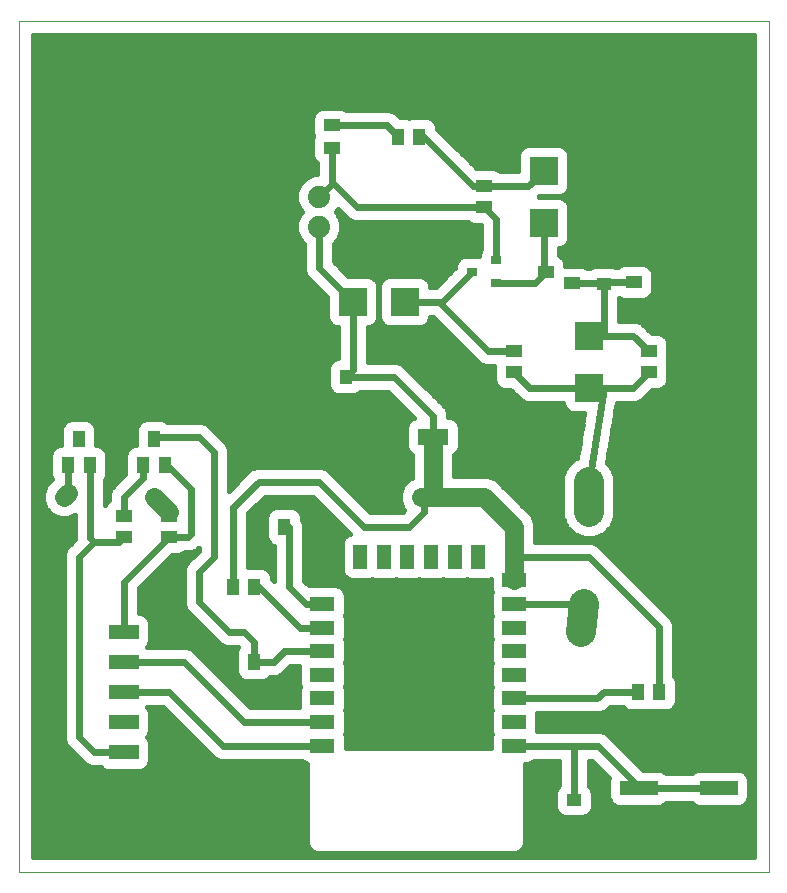
<source format=gtl>
G75*
G70*
%OFA0B0*%
%FSLAX24Y24*%
%IPPOS*%
%LPD*%
%AMOC8*
5,1,8,0,0,1.08239X$1,22.5*
%
%ADD10C,0.0000*%
%ADD11R,0.0394X0.0492*%
%ADD12R,0.0492X0.0394*%
%ADD13R,0.0945X0.0945*%
%ADD14C,0.0740*%
%ADD15R,0.0787X0.0472*%
%ADD16R,0.0472X0.0787*%
%ADD17R,0.0354X0.0315*%
%ADD18R,0.0551X0.0394*%
%ADD19R,0.0551X0.0433*%
%ADD20R,0.0433X0.0551*%
%ADD21R,0.1024X0.0551*%
%ADD22R,0.1000X0.0500*%
%ADD23R,0.1260X0.0472*%
%ADD24R,0.0394X0.0551*%
%ADD25C,0.0240*%
%ADD26C,0.1000*%
%ADD27C,0.0160*%
%ADD28C,0.0640*%
D10*
X004180Y005180D02*
X004180Y033550D01*
X029172Y033550D01*
X029172Y005180D01*
X004180Y005180D01*
D11*
X016786Y017680D03*
X017574Y017680D03*
X015074Y021680D03*
X014286Y021680D03*
D12*
X023680Y024786D03*
X023680Y025574D03*
X022680Y007574D03*
X022680Y006786D03*
D13*
X023180Y021314D03*
X023180Y023046D03*
X021680Y026814D03*
X021680Y028546D03*
X017046Y024180D03*
X015314Y024180D03*
D14*
X014180Y026680D03*
X014180Y027680D03*
D15*
X014302Y014893D03*
X014302Y014105D03*
X014302Y013318D03*
X014302Y012530D03*
X014302Y011743D03*
X014302Y010956D03*
X014302Y010168D03*
X014302Y009381D03*
X020680Y009381D03*
X020680Y010168D03*
X020680Y010956D03*
X020680Y011743D03*
X020680Y012530D03*
X020680Y013318D03*
X020680Y014105D03*
X020680Y014893D03*
D16*
X019499Y015680D03*
X018711Y015680D03*
X017924Y015680D03*
X017137Y015680D03*
X016349Y015680D03*
X015562Y015680D03*
D17*
X020074Y024806D03*
X020074Y025554D03*
X019286Y025180D03*
D18*
X021747Y025180D03*
X022613Y024806D03*
X022613Y025554D03*
X014613Y029306D03*
X014613Y030054D03*
X013747Y029680D03*
D19*
X019680Y028024D03*
X019680Y027336D03*
X024680Y025524D03*
X024680Y024836D03*
X025180Y022524D03*
X025180Y021836D03*
X020680Y021836D03*
X020680Y022524D03*
X009180Y017024D03*
X009180Y016336D03*
X007680Y016336D03*
X007680Y017024D03*
D20*
X011336Y014680D03*
X012024Y014680D03*
X012336Y016680D03*
X013024Y016680D03*
X012024Y012180D03*
X011336Y012180D03*
X024836Y011180D03*
X025524Y011180D03*
X017524Y029680D03*
X016836Y029680D03*
D21*
X016373Y019680D03*
X017987Y019680D03*
D22*
X007680Y013180D03*
X007680Y012180D03*
X007680Y011180D03*
X007680Y010180D03*
X007680Y009180D03*
X007680Y008180D03*
D23*
X024841Y007967D03*
X024841Y006393D03*
X027519Y006393D03*
X027519Y007967D03*
D24*
X009054Y018747D03*
X008306Y018747D03*
X008680Y019613D03*
X006554Y018747D03*
X005806Y018747D03*
X006180Y019613D03*
D25*
X005806Y018747D02*
X005806Y017806D01*
X006554Y018747D02*
X006554Y016306D01*
X006680Y016180D01*
X006180Y015680D01*
X006180Y009680D01*
X006680Y009180D01*
X007680Y009180D01*
X007680Y011180D02*
X009180Y011180D01*
X010979Y009381D01*
X014302Y009381D01*
X014302Y010168D02*
X011692Y010168D01*
X009680Y012180D01*
X007680Y012180D01*
X007680Y013180D02*
X007680Y014836D01*
X009180Y016336D01*
X009836Y016336D01*
X009930Y016430D01*
X009930Y017930D01*
X009113Y018747D01*
X009054Y018747D01*
X008306Y018747D02*
X008306Y018306D01*
X007680Y017680D01*
X007680Y017024D01*
X007680Y016336D02*
X007524Y016180D01*
X006680Y016180D01*
X009180Y017024D02*
X009180Y017180D01*
X010680Y015680D02*
X010680Y019180D01*
X010180Y019680D01*
X008747Y019680D01*
X008680Y019613D01*
X011336Y017336D02*
X012180Y018180D01*
X014180Y018180D01*
X015680Y016680D01*
X017180Y016680D01*
X017680Y017180D01*
X017680Y017574D01*
X017574Y017680D01*
X017987Y017873D02*
X018180Y017680D01*
X017987Y019680D02*
X017987Y020373D01*
X016680Y021680D01*
X015074Y021680D01*
X015314Y021920D01*
X015314Y024180D01*
X014180Y025314D01*
X014180Y026680D01*
X014180Y027680D02*
X014613Y028113D01*
X014613Y028180D01*
X015458Y027336D01*
X019680Y027336D01*
X020074Y026942D01*
X020074Y025554D01*
X020074Y024806D02*
X021373Y024806D01*
X021747Y025180D01*
X021680Y025247D01*
X021680Y026814D01*
X021158Y028024D02*
X021680Y028546D01*
X021158Y028024D02*
X019680Y028024D01*
X019336Y028024D01*
X017680Y029680D01*
X017524Y029680D01*
X016836Y029680D02*
X016461Y030054D01*
X014613Y030054D01*
X014613Y029306D02*
X014613Y028180D01*
X017046Y024180D02*
X018180Y024180D01*
X019836Y022524D01*
X020680Y022524D01*
X020680Y021836D02*
X021202Y021314D01*
X023180Y021314D01*
X023680Y021314D01*
X023180Y018180D01*
X023180Y015680D02*
X020680Y015680D01*
X020680Y014105D02*
X023005Y014105D01*
X023180Y015680D02*
X025524Y013336D01*
X025524Y011180D01*
X024836Y011180D02*
X023680Y011180D01*
X023456Y010956D01*
X020680Y010956D01*
X020680Y009381D02*
X022680Y009381D01*
X022680Y007574D01*
X022680Y009381D02*
X023479Y009381D01*
X024841Y008019D01*
X024841Y007967D01*
X027519Y007967D01*
X014302Y012530D02*
X013030Y012530D01*
X012680Y012180D01*
X012024Y012180D01*
X012024Y012836D01*
X011680Y013180D01*
X011180Y013180D01*
X010180Y014180D01*
X010180Y015180D01*
X010680Y015680D01*
X011336Y014680D02*
X011336Y017336D01*
X013024Y016680D02*
X013180Y016680D01*
X013180Y014680D01*
X013755Y014105D01*
X014302Y014105D01*
X014302Y013318D02*
X013542Y013318D01*
X012180Y014680D01*
X012024Y014680D01*
X018180Y024180D02*
X018286Y024180D01*
X019286Y025180D01*
X022613Y024806D02*
X023680Y024806D01*
X023680Y024786D01*
X023680Y023046D01*
X023180Y023046D01*
X024658Y023046D01*
X025180Y022524D01*
X025180Y021836D02*
X024658Y021314D01*
X023680Y021314D01*
X023680Y024786D02*
X023680Y024836D01*
X024680Y024836D01*
D26*
X023180Y018180D02*
X023180Y017180D01*
X023005Y014105D02*
X022930Y013180D01*
D27*
X024719Y014849D02*
X028692Y014849D01*
X028692Y015007D02*
X024560Y015007D01*
X024402Y015166D02*
X028692Y015166D01*
X028692Y015324D02*
X024243Y015324D01*
X024085Y015483D02*
X028692Y015483D01*
X028692Y015641D02*
X023926Y015641D01*
X023768Y015800D02*
X028692Y015800D01*
X028692Y015958D02*
X023609Y015958D01*
X023604Y015963D02*
X023463Y016104D01*
X023279Y016180D01*
X021380Y016180D01*
X021380Y016819D01*
X021273Y017077D01*
X021077Y017273D01*
X020077Y018273D01*
X019819Y018380D01*
X018687Y018380D01*
X018687Y019071D01*
X018714Y019082D01*
X018821Y019189D01*
X018879Y019329D01*
X018879Y020031D01*
X018821Y020171D01*
X018714Y020278D01*
X018574Y020336D01*
X018487Y020336D01*
X018487Y020472D01*
X018411Y020656D01*
X017104Y021963D01*
X016963Y022104D01*
X016779Y022180D01*
X015814Y022180D01*
X015814Y023328D01*
X015862Y023328D01*
X016002Y023385D01*
X016108Y023492D01*
X016166Y023632D01*
X016166Y024728D01*
X016108Y024868D01*
X016002Y024975D01*
X015862Y025032D01*
X015169Y025032D01*
X014680Y025521D01*
X014680Y026119D01*
X014816Y026255D01*
X014930Y026531D01*
X014930Y026829D01*
X014816Y027105D01*
X014741Y027180D01*
X014816Y027255D01*
X014820Y027266D01*
X015174Y026912D01*
X015358Y026836D01*
X019150Y026836D01*
X019189Y026797D01*
X019329Y026739D01*
X019569Y026739D01*
X019574Y026735D01*
X019574Y025925D01*
X019517Y025787D01*
X019517Y025717D01*
X019034Y025717D01*
X018894Y025660D01*
X018787Y025553D01*
X018729Y025413D01*
X018729Y025330D01*
X018079Y024680D01*
X017899Y024680D01*
X017899Y024728D01*
X017841Y024868D01*
X017734Y024975D01*
X017594Y025032D01*
X016498Y025032D01*
X016358Y024975D01*
X016252Y024868D01*
X016194Y024728D01*
X016194Y023632D01*
X016252Y023492D01*
X016358Y023385D01*
X016498Y023328D01*
X017594Y023328D01*
X017734Y023385D01*
X017841Y023492D01*
X017899Y023632D01*
X017899Y023680D01*
X017973Y023680D01*
X019552Y022101D01*
X019736Y022024D01*
X020024Y022024D01*
X020024Y021543D01*
X020082Y021404D01*
X020189Y021297D01*
X020329Y021239D01*
X020569Y021239D01*
X020918Y020890D01*
X021102Y020814D01*
X022328Y020814D01*
X022328Y020766D01*
X022385Y020626D01*
X022492Y020519D01*
X022632Y020461D01*
X023038Y020461D01*
X022801Y018975D01*
X022682Y018926D01*
X022434Y018678D01*
X022300Y018355D01*
X022300Y017005D01*
X022434Y016682D01*
X022682Y016434D01*
X023005Y016300D01*
X023355Y016300D01*
X023678Y016434D01*
X023926Y016682D01*
X024060Y017005D01*
X024060Y018355D01*
X023926Y018678D01*
X023788Y018817D01*
X024107Y020814D01*
X024758Y020814D01*
X024942Y020890D01*
X025082Y021031D01*
X025291Y021239D01*
X025531Y021239D01*
X025671Y021297D01*
X025778Y021404D01*
X025836Y021543D01*
X025836Y022128D01*
X025814Y022180D01*
X025836Y022232D01*
X025836Y022817D01*
X025778Y022956D01*
X025671Y023063D01*
X025531Y023121D01*
X025291Y023121D01*
X025082Y023329D01*
X024942Y023470D01*
X024758Y023546D01*
X024180Y023546D01*
X024180Y024306D01*
X024189Y024297D01*
X024329Y024239D01*
X025031Y024239D01*
X025171Y024297D01*
X025278Y024404D01*
X025336Y024543D01*
X025336Y025128D01*
X025278Y025267D01*
X025171Y025374D01*
X025031Y025432D01*
X024329Y025432D01*
X024189Y025374D01*
X024150Y025336D01*
X024068Y025336D01*
X024002Y025363D01*
X023358Y025363D01*
X023220Y025306D01*
X023123Y025306D01*
X023104Y025325D01*
X022964Y025383D01*
X022403Y025383D01*
X022403Y025452D01*
X022345Y025592D01*
X022238Y025699D01*
X022180Y025723D01*
X022180Y025961D01*
X022228Y025961D01*
X022368Y026019D01*
X022475Y026126D01*
X022532Y026266D01*
X022532Y027362D01*
X022475Y027502D01*
X022368Y027608D01*
X022228Y027666D01*
X021507Y027666D01*
X021535Y027694D01*
X022228Y027694D01*
X022368Y027752D01*
X022475Y027858D01*
X022532Y027998D01*
X022532Y029094D01*
X022475Y029234D01*
X022368Y029341D01*
X022228Y029399D01*
X021132Y029399D01*
X020992Y029341D01*
X020885Y029234D01*
X020828Y029094D01*
X020828Y028524D01*
X020210Y028524D01*
X020171Y028563D01*
X020031Y028621D01*
X019446Y028621D01*
X018121Y029946D01*
X018121Y030031D01*
X018063Y030171D01*
X017956Y030278D01*
X017817Y030336D01*
X017232Y030336D01*
X017180Y030314D01*
X017128Y030336D01*
X016887Y030336D01*
X016745Y030478D01*
X016561Y030554D01*
X015123Y030554D01*
X015104Y030573D01*
X014964Y030631D01*
X014262Y030631D01*
X014122Y030573D01*
X014015Y030466D01*
X013957Y030326D01*
X013957Y029782D01*
X014000Y029680D01*
X013957Y029578D01*
X013957Y029034D01*
X014015Y028894D01*
X014113Y028796D01*
X014113Y028430D01*
X014031Y028430D01*
X013755Y028316D01*
X013544Y028105D01*
X013430Y027829D01*
X013430Y027531D01*
X013544Y027255D01*
X013619Y027180D01*
X013544Y027105D01*
X013430Y026829D01*
X013430Y026531D01*
X013544Y026255D01*
X013680Y026119D01*
X013680Y025214D01*
X013756Y025031D01*
X013897Y024890D01*
X014461Y024325D01*
X014461Y023632D01*
X014519Y023492D01*
X014626Y023385D01*
X014766Y023328D01*
X014814Y023328D01*
X014814Y022306D01*
X014801Y022306D01*
X014662Y022248D01*
X014555Y022141D01*
X014497Y022002D01*
X014497Y021358D01*
X014555Y021219D01*
X014662Y021112D01*
X014801Y021054D01*
X015346Y021054D01*
X015486Y021112D01*
X015554Y021180D01*
X016473Y021180D01*
X017341Y020311D01*
X017260Y020278D01*
X017153Y020171D01*
X017095Y020031D01*
X017095Y019329D01*
X017153Y019189D01*
X017260Y019082D01*
X017287Y019071D01*
X017287Y018319D01*
X017177Y018273D01*
X016980Y018077D01*
X016874Y017819D01*
X016874Y017541D01*
X016980Y017283D01*
X017028Y017235D01*
X016973Y017180D01*
X015887Y017180D01*
X014463Y018604D01*
X014279Y018680D01*
X012081Y018680D01*
X011897Y018604D01*
X011756Y018463D01*
X011180Y017887D01*
X011180Y019279D01*
X011104Y019463D01*
X010604Y019963D01*
X010463Y020104D01*
X010279Y020180D01*
X009123Y020180D01*
X009092Y020211D01*
X008952Y020269D01*
X008408Y020269D01*
X008268Y020211D01*
X008161Y020104D01*
X008103Y019964D01*
X008103Y019403D01*
X008034Y019403D01*
X007894Y019345D01*
X007787Y019238D01*
X007729Y019098D01*
X007729Y018436D01*
X007397Y018104D01*
X007256Y017963D01*
X007180Y017779D01*
X007180Y017554D01*
X007082Y017456D01*
X007054Y017388D01*
X007054Y018237D01*
X007073Y018256D01*
X007131Y018396D01*
X007131Y019098D01*
X007073Y019238D01*
X006966Y019345D01*
X006826Y019403D01*
X006757Y019403D01*
X006757Y019964D01*
X006699Y020104D01*
X006592Y020211D01*
X006452Y020269D01*
X005908Y020269D01*
X005768Y020211D01*
X005661Y020104D01*
X005603Y019964D01*
X005603Y019403D01*
X005534Y019403D01*
X005394Y019345D01*
X005287Y019238D01*
X005229Y019098D01*
X005229Y018396D01*
X005281Y018271D01*
X005087Y018077D01*
X004980Y017819D01*
X004980Y017541D01*
X005087Y017283D01*
X005283Y017087D01*
X005541Y016980D01*
X005819Y016980D01*
X006054Y017077D01*
X006054Y016261D01*
X005756Y015963D01*
X005680Y015779D01*
X005680Y009581D01*
X005756Y009397D01*
X005897Y009256D01*
X006397Y008756D01*
X006581Y008680D01*
X006893Y008680D01*
X006965Y008608D01*
X007104Y008550D01*
X008256Y008550D01*
X008395Y008608D01*
X008502Y008715D01*
X008560Y008854D01*
X008560Y009506D01*
X008502Y009645D01*
X008467Y009680D01*
X008502Y009715D01*
X008560Y009854D01*
X008560Y010506D01*
X008502Y010645D01*
X008467Y010680D01*
X008467Y010680D01*
X008973Y010680D01*
X010555Y009098D01*
X010696Y008957D01*
X010880Y008881D01*
X013635Y008881D01*
X013693Y008822D01*
X013800Y008778D01*
X013800Y006104D01*
X013858Y005965D01*
X013965Y005858D01*
X014104Y005800D01*
X020756Y005800D01*
X020895Y005858D01*
X021002Y005965D01*
X021060Y006104D01*
X021060Y008765D01*
X021149Y008765D01*
X021289Y008822D01*
X021347Y008881D01*
X022180Y008881D01*
X022180Y008054D01*
X022112Y007986D01*
X022054Y007846D01*
X022054Y007301D01*
X022112Y007162D01*
X022219Y007055D01*
X022358Y006997D01*
X023002Y006997D01*
X023141Y007055D01*
X023248Y007162D01*
X023306Y007301D01*
X023306Y007846D01*
X023248Y007986D01*
X023180Y008054D01*
X023180Y008881D01*
X023272Y008881D01*
X023844Y008309D01*
X023831Y008279D01*
X023831Y007656D01*
X023889Y007516D01*
X023996Y007409D01*
X024136Y007351D01*
X025547Y007351D01*
X025687Y007409D01*
X025745Y007467D01*
X026615Y007467D01*
X026673Y007409D01*
X026813Y007351D01*
X028224Y007351D01*
X028364Y007409D01*
X028471Y007516D01*
X028529Y007656D01*
X028529Y008279D01*
X028471Y008419D01*
X028364Y008526D01*
X028224Y008584D01*
X026813Y008584D01*
X026673Y008526D01*
X026615Y008467D01*
X025745Y008467D01*
X025687Y008526D01*
X025547Y008584D01*
X024983Y008584D01*
X023903Y009664D01*
X023762Y009805D01*
X023579Y009881D01*
X021454Y009881D01*
X021454Y010456D01*
X023555Y010456D01*
X023739Y010532D01*
X023887Y010680D01*
X024306Y010680D01*
X024404Y010582D01*
X024543Y010524D01*
X025128Y010524D01*
X025180Y010546D01*
X025232Y010524D01*
X025817Y010524D01*
X025956Y010582D01*
X026063Y010689D01*
X026121Y010829D01*
X026121Y011531D01*
X026063Y011671D01*
X026024Y011710D01*
X026024Y013435D01*
X025948Y013619D01*
X023604Y015963D01*
X023433Y016117D02*
X028692Y016117D01*
X028692Y016275D02*
X021380Y016275D01*
X021380Y016434D02*
X022683Y016434D01*
X022523Y016592D02*
X021380Y016592D01*
X021380Y016751D02*
X022405Y016751D01*
X022340Y016909D02*
X021343Y016909D01*
X021277Y017068D02*
X022300Y017068D01*
X022300Y017226D02*
X021124Y017226D01*
X020965Y017385D02*
X022300Y017385D01*
X022300Y017543D02*
X020807Y017543D01*
X020648Y017702D02*
X022300Y017702D01*
X022300Y017860D02*
X020490Y017860D01*
X020331Y018019D02*
X022300Y018019D01*
X022300Y018177D02*
X020173Y018177D01*
X019927Y018336D02*
X022300Y018336D01*
X022358Y018494D02*
X018687Y018494D01*
X018687Y018653D02*
X022423Y018653D01*
X022567Y018811D02*
X018687Y018811D01*
X018687Y018970D02*
X022787Y018970D01*
X022825Y019128D02*
X018760Y019128D01*
X018861Y019287D02*
X022850Y019287D01*
X022876Y019445D02*
X018879Y019445D01*
X018879Y019604D02*
X022901Y019604D01*
X022926Y019762D02*
X018879Y019762D01*
X018879Y019921D02*
X022951Y019921D01*
X022977Y020079D02*
X018859Y020079D01*
X018754Y020238D02*
X023002Y020238D01*
X023027Y020396D02*
X018487Y020396D01*
X018453Y020555D02*
X022457Y020555D01*
X022349Y020713D02*
X018354Y020713D01*
X018196Y020872D02*
X020963Y020872D01*
X020778Y021030D02*
X018037Y021030D01*
X017879Y021189D02*
X020620Y021189D01*
X020139Y021347D02*
X017720Y021347D01*
X017562Y021506D02*
X020040Y021506D01*
X020024Y021664D02*
X017403Y021664D01*
X017245Y021823D02*
X020024Y021823D01*
X020024Y021981D02*
X017086Y021981D01*
X016877Y022140D02*
X019513Y022140D01*
X019355Y022298D02*
X015814Y022298D01*
X015814Y022457D02*
X019196Y022457D01*
X019038Y022615D02*
X015814Y022615D01*
X015814Y022774D02*
X018879Y022774D01*
X018721Y022932D02*
X015814Y022932D01*
X015814Y023091D02*
X018562Y023091D01*
X018404Y023249D02*
X015814Y023249D01*
X016024Y023408D02*
X016336Y023408D01*
X016221Y023566D02*
X016139Y023566D01*
X016166Y023725D02*
X016194Y023725D01*
X016194Y023883D02*
X016166Y023883D01*
X016166Y024042D02*
X016194Y024042D01*
X016194Y024200D02*
X016166Y024200D01*
X016166Y024359D02*
X016194Y024359D01*
X016194Y024517D02*
X016166Y024517D01*
X016166Y024676D02*
X016194Y024676D01*
X016238Y024834D02*
X016122Y024834D01*
X015958Y024993D02*
X016402Y024993D01*
X017691Y024993D02*
X018392Y024993D01*
X018550Y025151D02*
X015050Y025151D01*
X014891Y025310D02*
X018709Y025310D01*
X018752Y025468D02*
X014733Y025468D01*
X014680Y025627D02*
X018861Y025627D01*
X019517Y025785D02*
X014680Y025785D01*
X014680Y025944D02*
X019574Y025944D01*
X019574Y026102D02*
X014680Y026102D01*
X014818Y026261D02*
X019574Y026261D01*
X019574Y026419D02*
X014884Y026419D01*
X014930Y026578D02*
X019574Y026578D01*
X019572Y026736D02*
X014930Y026736D01*
X014903Y026895D02*
X015216Y026895D01*
X015033Y027053D02*
X014837Y027053D01*
X014874Y027212D02*
X014772Y027212D01*
X013588Y027212D02*
X004660Y027212D01*
X004660Y027370D02*
X013497Y027370D01*
X013431Y027529D02*
X004660Y027529D01*
X004660Y027687D02*
X013430Y027687D01*
X013437Y027846D02*
X004660Y027846D01*
X004660Y028004D02*
X013502Y028004D01*
X013602Y028163D02*
X004660Y028163D01*
X004660Y028321D02*
X013768Y028321D01*
X014113Y028480D02*
X004660Y028480D01*
X004660Y028638D02*
X014113Y028638D01*
X014113Y028797D02*
X004660Y028797D01*
X004660Y028955D02*
X013990Y028955D01*
X013957Y029114D02*
X004660Y029114D01*
X004660Y029272D02*
X013957Y029272D01*
X013957Y029431D02*
X004660Y029431D01*
X004660Y029589D02*
X013962Y029589D01*
X013972Y029748D02*
X004660Y029748D01*
X004660Y029906D02*
X013957Y029906D01*
X013957Y030065D02*
X004660Y030065D01*
X004660Y030223D02*
X013957Y030223D01*
X013980Y030382D02*
X004660Y030382D01*
X004660Y030540D02*
X014089Y030540D01*
X016595Y030540D02*
X028692Y030540D01*
X028692Y030382D02*
X016841Y030382D01*
X018011Y030223D02*
X028692Y030223D01*
X028692Y030065D02*
X018107Y030065D01*
X018161Y029906D02*
X028692Y029906D01*
X028692Y029748D02*
X018320Y029748D01*
X018478Y029589D02*
X028692Y029589D01*
X028692Y029431D02*
X018637Y029431D01*
X018795Y029272D02*
X020924Y029272D01*
X020836Y029114D02*
X018954Y029114D01*
X019112Y028955D02*
X020828Y028955D01*
X020828Y028797D02*
X019271Y028797D01*
X019429Y028638D02*
X020828Y028638D01*
X021528Y027687D02*
X028692Y027687D01*
X028692Y027529D02*
X022448Y027529D01*
X022529Y027370D02*
X028692Y027370D01*
X028692Y027212D02*
X022532Y027212D01*
X022532Y027053D02*
X028692Y027053D01*
X028692Y026895D02*
X022532Y026895D01*
X022532Y026736D02*
X028692Y026736D01*
X028692Y026578D02*
X022532Y026578D01*
X022532Y026419D02*
X028692Y026419D01*
X028692Y026261D02*
X022530Y026261D01*
X022450Y026102D02*
X028692Y026102D01*
X028692Y025944D02*
X022180Y025944D01*
X022180Y025785D02*
X028692Y025785D01*
X028692Y025627D02*
X022310Y025627D01*
X022396Y025468D02*
X028692Y025468D01*
X028692Y025310D02*
X025236Y025310D01*
X025326Y025151D02*
X028692Y025151D01*
X028692Y024993D02*
X025336Y024993D01*
X025336Y024834D02*
X028692Y024834D01*
X028692Y024676D02*
X025336Y024676D01*
X025325Y024517D02*
X028692Y024517D01*
X028692Y024359D02*
X025233Y024359D01*
X025004Y023408D02*
X028692Y023408D01*
X028692Y023566D02*
X024180Y023566D01*
X024180Y023725D02*
X028692Y023725D01*
X028692Y023883D02*
X024180Y023883D01*
X024180Y024042D02*
X028692Y024042D01*
X028692Y024200D02*
X024180Y024200D01*
X025082Y023329D02*
X025082Y023329D01*
X025163Y023249D02*
X028692Y023249D01*
X028692Y023091D02*
X025605Y023091D01*
X025788Y022932D02*
X028692Y022932D01*
X028692Y022774D02*
X025836Y022774D01*
X025836Y022615D02*
X028692Y022615D01*
X028692Y022457D02*
X025836Y022457D01*
X025836Y022298D02*
X028692Y022298D01*
X028692Y022140D02*
X025831Y022140D01*
X025836Y021981D02*
X028692Y021981D01*
X028692Y021823D02*
X025836Y021823D01*
X025836Y021664D02*
X028692Y021664D01*
X028692Y021506D02*
X025820Y021506D01*
X025721Y021347D02*
X028692Y021347D01*
X028692Y021189D02*
X025240Y021189D01*
X025082Y021030D02*
X028692Y021030D01*
X028692Y020872D02*
X024897Y020872D01*
X024090Y020713D02*
X028692Y020713D01*
X028692Y020555D02*
X024065Y020555D01*
X024040Y020396D02*
X028692Y020396D01*
X028692Y020238D02*
X024015Y020238D01*
X023989Y020079D02*
X028692Y020079D01*
X028692Y019921D02*
X023964Y019921D01*
X023939Y019762D02*
X028692Y019762D01*
X028692Y019604D02*
X023913Y019604D01*
X023888Y019445D02*
X028692Y019445D01*
X028692Y019287D02*
X023863Y019287D01*
X023838Y019128D02*
X028692Y019128D01*
X028692Y018970D02*
X023812Y018970D01*
X023793Y018811D02*
X028692Y018811D01*
X028692Y018653D02*
X023937Y018653D01*
X024002Y018494D02*
X028692Y018494D01*
X028692Y018336D02*
X024060Y018336D01*
X024060Y018177D02*
X028692Y018177D01*
X028692Y018019D02*
X024060Y018019D01*
X024060Y017860D02*
X028692Y017860D01*
X028692Y017702D02*
X024060Y017702D01*
X024060Y017543D02*
X028692Y017543D01*
X028692Y017385D02*
X024060Y017385D01*
X024060Y017226D02*
X028692Y017226D01*
X028692Y017068D02*
X024060Y017068D01*
X024020Y016909D02*
X028692Y016909D01*
X028692Y016751D02*
X023955Y016751D01*
X023837Y016592D02*
X028692Y016592D01*
X028692Y016434D02*
X023677Y016434D01*
X024877Y014690D02*
X028692Y014690D01*
X028692Y014532D02*
X025036Y014532D01*
X025194Y014373D02*
X028692Y014373D01*
X028692Y014215D02*
X025353Y014215D01*
X025511Y014056D02*
X028692Y014056D01*
X028692Y013898D02*
X025670Y013898D01*
X025828Y013739D02*
X028692Y013739D01*
X028692Y013581D02*
X025964Y013581D01*
X026024Y013422D02*
X028692Y013422D01*
X028692Y013264D02*
X026024Y013264D01*
X026024Y013105D02*
X028692Y013105D01*
X028692Y012947D02*
X026024Y012947D01*
X026024Y012788D02*
X028692Y012788D01*
X028692Y012630D02*
X026024Y012630D01*
X026024Y012471D02*
X028692Y012471D01*
X028692Y012313D02*
X026024Y012313D01*
X026024Y012154D02*
X028692Y012154D01*
X028692Y011996D02*
X026024Y011996D01*
X026024Y011837D02*
X028692Y011837D01*
X028692Y011679D02*
X026056Y011679D01*
X026121Y011520D02*
X028692Y011520D01*
X028692Y011362D02*
X026121Y011362D01*
X026121Y011203D02*
X028692Y011203D01*
X028692Y011045D02*
X026121Y011045D01*
X026121Y010886D02*
X028692Y010886D01*
X028692Y010728D02*
X026079Y010728D01*
X025924Y010569D02*
X028692Y010569D01*
X028692Y010411D02*
X021454Y010411D01*
X021454Y010252D02*
X028692Y010252D01*
X028692Y010094D02*
X021454Y010094D01*
X021454Y009935D02*
X028692Y009935D01*
X028692Y009777D02*
X023791Y009777D01*
X023903Y009664D02*
X023903Y009664D01*
X023949Y009618D02*
X028692Y009618D01*
X028692Y009460D02*
X024108Y009460D01*
X024266Y009301D02*
X028692Y009301D01*
X028692Y009143D02*
X024425Y009143D01*
X024583Y008984D02*
X028692Y008984D01*
X028692Y008826D02*
X024742Y008826D01*
X024900Y008667D02*
X028692Y008667D01*
X028692Y008509D02*
X028381Y008509D01*
X028499Y008350D02*
X028692Y008350D01*
X028692Y008192D02*
X028529Y008192D01*
X028529Y008033D02*
X028692Y008033D01*
X028692Y007875D02*
X028529Y007875D01*
X028529Y007716D02*
X028692Y007716D01*
X028692Y007558D02*
X028488Y007558D01*
X028340Y007399D02*
X028692Y007399D01*
X028692Y007241D02*
X023281Y007241D01*
X023306Y007399D02*
X024020Y007399D01*
X023872Y007558D02*
X023306Y007558D01*
X023306Y007716D02*
X023831Y007716D01*
X023831Y007875D02*
X023294Y007875D01*
X023201Y008033D02*
X023831Y008033D01*
X023831Y008192D02*
X023180Y008192D01*
X023180Y008350D02*
X023803Y008350D01*
X023644Y008509D02*
X023180Y008509D01*
X023180Y008667D02*
X023486Y008667D01*
X023327Y008826D02*
X023180Y008826D01*
X022180Y008826D02*
X021292Y008826D01*
X021060Y008667D02*
X022180Y008667D01*
X022180Y008509D02*
X021060Y008509D01*
X021060Y008350D02*
X022180Y008350D01*
X022180Y008192D02*
X021060Y008192D01*
X021060Y008033D02*
X022159Y008033D01*
X022066Y007875D02*
X021060Y007875D01*
X021060Y007716D02*
X022054Y007716D01*
X022054Y007558D02*
X021060Y007558D01*
X021060Y007399D02*
X022054Y007399D01*
X022079Y007241D02*
X021060Y007241D01*
X021060Y007082D02*
X022191Y007082D01*
X023169Y007082D02*
X028692Y007082D01*
X028692Y006924D02*
X021060Y006924D01*
X021060Y006765D02*
X028692Y006765D01*
X028692Y006607D02*
X021060Y006607D01*
X021060Y006448D02*
X028692Y006448D01*
X028692Y006290D02*
X021060Y006290D01*
X021060Y006131D02*
X028692Y006131D01*
X028692Y005973D02*
X021005Y005973D01*
X020789Y005814D02*
X028692Y005814D01*
X028692Y005660D02*
X004660Y005660D01*
X004660Y033070D01*
X028692Y033070D01*
X028692Y005660D01*
X026698Y007399D02*
X025662Y007399D01*
X025704Y008509D02*
X026656Y008509D01*
X024436Y010569D02*
X023776Y010569D01*
X019940Y010562D02*
X019906Y010480D01*
X019906Y009856D01*
X019940Y009774D01*
X019906Y009693D01*
X019906Y009310D01*
X015076Y009310D01*
X015076Y009693D01*
X015042Y009774D01*
X015076Y009856D01*
X015076Y010480D01*
X015042Y010562D01*
X015076Y010644D01*
X015076Y011267D01*
X015042Y011349D01*
X015076Y011431D01*
X015076Y012055D01*
X015042Y012137D01*
X015076Y012219D01*
X015076Y012842D01*
X015042Y012924D01*
X015076Y013006D01*
X015076Y013630D01*
X015042Y013711D01*
X015076Y013793D01*
X015076Y014417D01*
X015018Y014557D01*
X014911Y014664D01*
X014771Y014721D01*
X013846Y014721D01*
X013680Y014887D01*
X013680Y016779D01*
X013621Y016922D01*
X013621Y017031D01*
X013563Y017171D01*
X013456Y017278D01*
X013317Y017336D01*
X012732Y017336D01*
X012593Y017278D01*
X012486Y017171D01*
X012428Y017031D01*
X012428Y016329D01*
X012486Y016189D01*
X012593Y016082D01*
X012680Y016046D01*
X012680Y014887D01*
X012621Y014946D01*
X012621Y015031D01*
X012563Y015171D01*
X012456Y015278D01*
X012317Y015336D01*
X011836Y015336D01*
X011836Y017128D01*
X012387Y017680D01*
X013973Y017680D01*
X015214Y016439D01*
X015110Y016396D01*
X015004Y016289D01*
X014946Y016149D01*
X014946Y015211D01*
X015004Y015071D01*
X015110Y014964D01*
X015250Y014906D01*
X015874Y014906D01*
X015956Y014940D01*
X016037Y014906D01*
X016661Y014906D01*
X016743Y014940D01*
X016825Y014906D01*
X017449Y014906D01*
X017530Y014940D01*
X017612Y014906D01*
X018236Y014906D01*
X018318Y014940D01*
X018400Y014906D01*
X019023Y014906D01*
X019105Y014940D01*
X019187Y014906D01*
X019811Y014906D01*
X019906Y014946D01*
X019906Y014581D01*
X019940Y014499D01*
X019906Y014417D01*
X019906Y013793D01*
X019940Y013711D01*
X019906Y013630D01*
X019906Y013006D01*
X019940Y012924D01*
X019906Y012842D01*
X019906Y012219D01*
X019940Y012137D01*
X019906Y012055D01*
X019906Y011431D01*
X019940Y011349D01*
X019906Y011267D01*
X019906Y010644D01*
X019940Y010562D01*
X019937Y010569D02*
X015045Y010569D01*
X015076Y010411D02*
X019906Y010411D01*
X019906Y010252D02*
X015076Y010252D01*
X015076Y010094D02*
X019906Y010094D01*
X019906Y009935D02*
X015076Y009935D01*
X015043Y009777D02*
X019939Y009777D01*
X019906Y009618D02*
X015076Y009618D01*
X015076Y009460D02*
X019906Y009460D01*
X019906Y010728D02*
X015076Y010728D01*
X015076Y010886D02*
X019906Y010886D01*
X019906Y011045D02*
X015076Y011045D01*
X015076Y011203D02*
X019906Y011203D01*
X019935Y011362D02*
X015047Y011362D01*
X015076Y011520D02*
X019906Y011520D01*
X019906Y011679D02*
X015076Y011679D01*
X015076Y011837D02*
X019906Y011837D01*
X019906Y011996D02*
X015076Y011996D01*
X015049Y012154D02*
X019933Y012154D01*
X019906Y012313D02*
X015076Y012313D01*
X015076Y012471D02*
X019906Y012471D01*
X019906Y012630D02*
X015076Y012630D01*
X015076Y012788D02*
X019906Y012788D01*
X019931Y012947D02*
X015051Y012947D01*
X015076Y013105D02*
X019906Y013105D01*
X019906Y013264D02*
X015076Y013264D01*
X015076Y013422D02*
X019906Y013422D01*
X019906Y013581D02*
X015076Y013581D01*
X015053Y013739D02*
X019929Y013739D01*
X019906Y013898D02*
X015076Y013898D01*
X015076Y014056D02*
X019906Y014056D01*
X019906Y014215D02*
X015076Y014215D01*
X015076Y014373D02*
X019906Y014373D01*
X019927Y014532D02*
X015028Y014532D01*
X014847Y014690D02*
X019906Y014690D01*
X019906Y014849D02*
X013719Y014849D01*
X013680Y015007D02*
X015068Y015007D01*
X014964Y015166D02*
X013680Y015166D01*
X013680Y015324D02*
X014946Y015324D01*
X014946Y015483D02*
X013680Y015483D01*
X013680Y015641D02*
X014946Y015641D01*
X014946Y015800D02*
X013680Y015800D01*
X013680Y015958D02*
X014946Y015958D01*
X014946Y016117D02*
X013680Y016117D01*
X013680Y016275D02*
X014998Y016275D01*
X015201Y016434D02*
X013680Y016434D01*
X013680Y016592D02*
X015061Y016592D01*
X014902Y016751D02*
X013680Y016751D01*
X013626Y016909D02*
X014744Y016909D01*
X014585Y017068D02*
X013606Y017068D01*
X013508Y017226D02*
X014427Y017226D01*
X014268Y017385D02*
X012092Y017385D01*
X012250Y017543D02*
X014110Y017543D01*
X014890Y018177D02*
X017081Y018177D01*
X016956Y018019D02*
X015049Y018019D01*
X015207Y017860D02*
X016891Y017860D01*
X016874Y017702D02*
X015366Y017702D01*
X015524Y017543D02*
X016874Y017543D01*
X016938Y017385D02*
X015683Y017385D01*
X015841Y017226D02*
X017019Y017226D01*
X017287Y018336D02*
X014732Y018336D01*
X014573Y018494D02*
X017287Y018494D01*
X017287Y018653D02*
X014346Y018653D01*
X012541Y017226D02*
X011933Y017226D01*
X011836Y017068D02*
X012443Y017068D01*
X012428Y016909D02*
X011836Y016909D01*
X011836Y016751D02*
X012428Y016751D01*
X012428Y016592D02*
X011836Y016592D01*
X011836Y016434D02*
X012428Y016434D01*
X012450Y016275D02*
X011836Y016275D01*
X011836Y016117D02*
X012558Y016117D01*
X012680Y015958D02*
X011836Y015958D01*
X011836Y015800D02*
X012680Y015800D01*
X012680Y015641D02*
X011836Y015641D01*
X011836Y015483D02*
X012680Y015483D01*
X012680Y015324D02*
X012345Y015324D01*
X012565Y015166D02*
X012680Y015166D01*
X012680Y015007D02*
X012621Y015007D01*
X010389Y013264D02*
X008560Y013264D01*
X008560Y013422D02*
X010231Y013422D01*
X010072Y013581D02*
X008529Y013581D01*
X008502Y013645D02*
X008395Y013752D01*
X008256Y013810D01*
X008180Y013810D01*
X008180Y014628D01*
X009291Y015739D01*
X009531Y015739D01*
X009671Y015797D01*
X009710Y015836D01*
X009935Y015836D01*
X010119Y015912D01*
X010180Y015973D01*
X010180Y015887D01*
X009756Y015463D01*
X009680Y015279D01*
X009680Y014081D01*
X009756Y013897D01*
X009897Y013756D01*
X010897Y012756D01*
X011081Y012680D01*
X011473Y012680D01*
X011485Y012668D01*
X011428Y012531D01*
X011428Y011829D01*
X011486Y011689D01*
X011593Y011582D01*
X011732Y011524D01*
X012317Y011524D01*
X012456Y011582D01*
X012554Y011680D01*
X012779Y011680D01*
X012963Y011756D01*
X013104Y011897D01*
X013238Y012030D01*
X013528Y012030D01*
X013528Y011431D01*
X013562Y011349D01*
X013528Y011267D01*
X013528Y010668D01*
X011899Y010668D01*
X009963Y012604D01*
X009779Y012680D01*
X008467Y012680D01*
X008502Y012715D01*
X008560Y012854D01*
X008560Y013506D01*
X008502Y013645D01*
X008408Y013739D02*
X009914Y013739D01*
X009756Y013898D02*
X008180Y013898D01*
X008180Y014056D02*
X009690Y014056D01*
X009680Y014215D02*
X008180Y014215D01*
X008180Y014373D02*
X009680Y014373D01*
X009680Y014532D02*
X008180Y014532D01*
X008242Y014690D02*
X009680Y014690D01*
X009680Y014849D02*
X008400Y014849D01*
X008559Y015007D02*
X009680Y015007D01*
X009680Y015166D02*
X008717Y015166D01*
X008876Y015324D02*
X009698Y015324D01*
X009775Y015483D02*
X009034Y015483D01*
X009193Y015641D02*
X009934Y015641D01*
X010092Y015800D02*
X009674Y015800D01*
X010165Y015958D02*
X010180Y015958D01*
X011180Y018019D02*
X011311Y018019D01*
X011180Y018177D02*
X011470Y018177D01*
X011628Y018336D02*
X011180Y018336D01*
X011180Y018494D02*
X011787Y018494D01*
X012014Y018653D02*
X011180Y018653D01*
X011180Y018811D02*
X017287Y018811D01*
X017287Y018970D02*
X011180Y018970D01*
X011180Y019128D02*
X017214Y019128D01*
X017113Y019287D02*
X011177Y019287D01*
X011111Y019445D02*
X017095Y019445D01*
X017095Y019604D02*
X010964Y019604D01*
X010805Y019762D02*
X017095Y019762D01*
X017095Y019921D02*
X010647Y019921D01*
X010488Y020079D02*
X017115Y020079D01*
X017220Y020238D02*
X009028Y020238D01*
X008332Y020238D02*
X006528Y020238D01*
X006709Y020079D02*
X008151Y020079D01*
X008103Y019921D02*
X006757Y019921D01*
X006757Y019762D02*
X008103Y019762D01*
X008103Y019604D02*
X006757Y019604D01*
X006757Y019445D02*
X008103Y019445D01*
X007836Y019287D02*
X007024Y019287D01*
X007118Y019128D02*
X007742Y019128D01*
X007729Y018970D02*
X007131Y018970D01*
X007131Y018811D02*
X007729Y018811D01*
X007729Y018653D02*
X007131Y018653D01*
X007131Y018494D02*
X007729Y018494D01*
X007628Y018336D02*
X007106Y018336D01*
X007054Y018177D02*
X007470Y018177D01*
X007311Y018019D02*
X007054Y018019D01*
X007054Y017860D02*
X007213Y017860D01*
X007180Y017702D02*
X007054Y017702D01*
X007054Y017543D02*
X007169Y017543D01*
X006054Y017068D02*
X006031Y017068D01*
X006054Y016909D02*
X004660Y016909D01*
X004660Y016751D02*
X006054Y016751D01*
X006054Y016592D02*
X004660Y016592D01*
X004660Y016434D02*
X006054Y016434D01*
X006054Y016275D02*
X004660Y016275D01*
X004660Y016117D02*
X005909Y016117D01*
X005754Y015958D02*
X004660Y015958D01*
X004660Y015800D02*
X005688Y015800D01*
X005680Y015641D02*
X004660Y015641D01*
X004660Y015483D02*
X005680Y015483D01*
X005680Y015324D02*
X004660Y015324D01*
X004660Y015166D02*
X005680Y015166D01*
X005680Y015007D02*
X004660Y015007D01*
X004660Y014849D02*
X005680Y014849D01*
X005680Y014690D02*
X004660Y014690D01*
X004660Y014532D02*
X005680Y014532D01*
X005680Y014373D02*
X004660Y014373D01*
X004660Y014215D02*
X005680Y014215D01*
X005680Y014056D02*
X004660Y014056D01*
X004660Y013898D02*
X005680Y013898D01*
X005680Y013739D02*
X004660Y013739D01*
X004660Y013581D02*
X005680Y013581D01*
X005680Y013422D02*
X004660Y013422D01*
X004660Y013264D02*
X005680Y013264D01*
X005680Y013105D02*
X004660Y013105D01*
X004660Y012947D02*
X005680Y012947D01*
X005680Y012788D02*
X004660Y012788D01*
X004660Y012630D02*
X005680Y012630D01*
X005680Y012471D02*
X004660Y012471D01*
X004660Y012313D02*
X005680Y012313D01*
X005680Y012154D02*
X004660Y012154D01*
X004660Y011996D02*
X005680Y011996D01*
X005680Y011837D02*
X004660Y011837D01*
X004660Y011679D02*
X005680Y011679D01*
X005680Y011520D02*
X004660Y011520D01*
X004660Y011362D02*
X005680Y011362D01*
X005680Y011203D02*
X004660Y011203D01*
X004660Y011045D02*
X005680Y011045D01*
X005680Y010886D02*
X004660Y010886D01*
X004660Y010728D02*
X005680Y010728D01*
X005680Y010569D02*
X004660Y010569D01*
X004660Y010411D02*
X005680Y010411D01*
X005680Y010252D02*
X004660Y010252D01*
X004660Y010094D02*
X005680Y010094D01*
X005680Y009935D02*
X004660Y009935D01*
X004660Y009777D02*
X005680Y009777D01*
X005680Y009618D02*
X004660Y009618D01*
X004660Y009460D02*
X005730Y009460D01*
X005852Y009301D02*
X004660Y009301D01*
X004660Y009143D02*
X006010Y009143D01*
X005897Y009256D02*
X005897Y009256D01*
X006169Y008984D02*
X004660Y008984D01*
X004660Y008826D02*
X006327Y008826D01*
X006906Y008667D02*
X004660Y008667D01*
X004660Y008509D02*
X013800Y008509D01*
X013800Y008667D02*
X008454Y008667D01*
X008548Y008826D02*
X013690Y008826D01*
X013800Y008350D02*
X004660Y008350D01*
X004660Y008192D02*
X013800Y008192D01*
X013800Y008033D02*
X004660Y008033D01*
X004660Y007875D02*
X013800Y007875D01*
X013800Y007716D02*
X004660Y007716D01*
X004660Y007558D02*
X013800Y007558D01*
X013800Y007399D02*
X004660Y007399D01*
X004660Y007241D02*
X013800Y007241D01*
X013800Y007082D02*
X004660Y007082D01*
X004660Y006924D02*
X013800Y006924D01*
X013800Y006765D02*
X004660Y006765D01*
X004660Y006607D02*
X013800Y006607D01*
X013800Y006448D02*
X004660Y006448D01*
X004660Y006290D02*
X013800Y006290D01*
X013800Y006131D02*
X004660Y006131D01*
X004660Y005973D02*
X013855Y005973D01*
X014071Y005814D02*
X004660Y005814D01*
X008560Y008984D02*
X010669Y008984D01*
X010510Y009143D02*
X008560Y009143D01*
X008560Y009301D02*
X010352Y009301D01*
X010193Y009460D02*
X008560Y009460D01*
X008513Y009618D02*
X010035Y009618D01*
X009876Y009777D02*
X008528Y009777D01*
X008560Y009935D02*
X009718Y009935D01*
X009559Y010094D02*
X008560Y010094D01*
X008560Y010252D02*
X009401Y010252D01*
X009242Y010411D02*
X008560Y010411D01*
X008534Y010569D02*
X009084Y010569D01*
X010572Y011996D02*
X011428Y011996D01*
X011428Y012154D02*
X010413Y012154D01*
X010255Y012313D02*
X011428Y012313D01*
X011428Y012471D02*
X010096Y012471D01*
X009901Y012630D02*
X011469Y012630D01*
X010865Y012788D02*
X008532Y012788D01*
X008560Y012947D02*
X010706Y012947D01*
X010548Y013105D02*
X008560Y013105D01*
X010730Y011837D02*
X011428Y011837D01*
X011496Y011679D02*
X010889Y011679D01*
X011047Y011520D02*
X013528Y011520D01*
X013528Y011679D02*
X012553Y011679D01*
X013044Y011837D02*
X013528Y011837D01*
X013528Y011996D02*
X013203Y011996D01*
X013557Y011362D02*
X011206Y011362D01*
X011364Y011203D02*
X013528Y011203D01*
X013528Y011045D02*
X011523Y011045D01*
X011681Y010886D02*
X013528Y010886D01*
X013528Y010728D02*
X011840Y010728D01*
X005329Y017068D02*
X004660Y017068D01*
X004660Y017226D02*
X005144Y017226D01*
X005045Y017385D02*
X004660Y017385D01*
X004660Y017543D02*
X004980Y017543D01*
X004980Y017702D02*
X004660Y017702D01*
X004660Y017860D02*
X004997Y017860D01*
X005063Y018019D02*
X004660Y018019D01*
X004660Y018177D02*
X005187Y018177D01*
X005254Y018336D02*
X004660Y018336D01*
X004660Y018494D02*
X005229Y018494D01*
X005229Y018653D02*
X004660Y018653D01*
X004660Y018811D02*
X005229Y018811D01*
X005229Y018970D02*
X004660Y018970D01*
X004660Y019128D02*
X005242Y019128D01*
X005336Y019287D02*
X004660Y019287D01*
X004660Y019445D02*
X005603Y019445D01*
X005603Y019604D02*
X004660Y019604D01*
X004660Y019762D02*
X005603Y019762D01*
X005603Y019921D02*
X004660Y019921D01*
X004660Y020079D02*
X005651Y020079D01*
X005832Y020238D02*
X004660Y020238D01*
X004660Y020396D02*
X017257Y020396D01*
X017098Y020555D02*
X004660Y020555D01*
X004660Y020713D02*
X016940Y020713D01*
X016781Y020872D02*
X004660Y020872D01*
X004660Y021030D02*
X016623Y021030D01*
X014782Y022298D02*
X004660Y022298D01*
X004660Y022140D02*
X014554Y022140D01*
X014497Y021981D02*
X004660Y021981D01*
X004660Y021823D02*
X014497Y021823D01*
X014497Y021664D02*
X004660Y021664D01*
X004660Y021506D02*
X014497Y021506D01*
X014502Y021347D02*
X004660Y021347D01*
X004660Y021189D02*
X014585Y021189D01*
X014814Y022457D02*
X004660Y022457D01*
X004660Y022615D02*
X014814Y022615D01*
X014814Y022774D02*
X004660Y022774D01*
X004660Y022932D02*
X014814Y022932D01*
X014814Y023091D02*
X004660Y023091D01*
X004660Y023249D02*
X014814Y023249D01*
X014604Y023408D02*
X004660Y023408D01*
X004660Y023566D02*
X014489Y023566D01*
X014461Y023725D02*
X004660Y023725D01*
X004660Y023883D02*
X014461Y023883D01*
X014461Y024042D02*
X004660Y024042D01*
X004660Y024200D02*
X014461Y024200D01*
X014428Y024359D02*
X004660Y024359D01*
X004660Y024517D02*
X014270Y024517D01*
X014111Y024676D02*
X004660Y024676D01*
X004660Y024834D02*
X013953Y024834D01*
X013794Y024993D02*
X004660Y024993D01*
X004660Y025151D02*
X013706Y025151D01*
X013680Y025310D02*
X004660Y025310D01*
X004660Y025468D02*
X013680Y025468D01*
X013680Y025627D02*
X004660Y025627D01*
X004660Y025785D02*
X013680Y025785D01*
X013680Y025944D02*
X004660Y025944D01*
X004660Y026102D02*
X013680Y026102D01*
X013542Y026261D02*
X004660Y026261D01*
X004660Y026419D02*
X013476Y026419D01*
X013430Y026578D02*
X004660Y026578D01*
X004660Y026736D02*
X013430Y026736D01*
X013457Y026895D02*
X004660Y026895D01*
X004660Y027053D02*
X013523Y027053D01*
X017855Y024834D02*
X018233Y024834D01*
X018087Y023566D02*
X017871Y023566D01*
X017756Y023408D02*
X018245Y023408D01*
X023119Y025310D02*
X023229Y025310D01*
X022462Y027846D02*
X028692Y027846D01*
X028692Y028004D02*
X022532Y028004D01*
X022532Y028163D02*
X028692Y028163D01*
X028692Y028321D02*
X022532Y028321D01*
X022532Y028480D02*
X028692Y028480D01*
X028692Y028638D02*
X022532Y028638D01*
X022532Y028797D02*
X028692Y028797D01*
X028692Y028955D02*
X022532Y028955D01*
X022524Y029114D02*
X028692Y029114D01*
X028692Y029272D02*
X022436Y029272D01*
X028692Y030699D02*
X004660Y030699D01*
X004660Y030857D02*
X028692Y030857D01*
X028692Y031016D02*
X004660Y031016D01*
X004660Y031174D02*
X028692Y031174D01*
X028692Y031333D02*
X004660Y031333D01*
X004660Y031491D02*
X028692Y031491D01*
X028692Y031650D02*
X004660Y031650D01*
X004660Y031808D02*
X028692Y031808D01*
X028692Y031967D02*
X004660Y031967D01*
X004660Y032125D02*
X028692Y032125D01*
X028692Y032284D02*
X004660Y032284D01*
X004660Y032442D02*
X028692Y032442D01*
X028692Y032601D02*
X004660Y032601D01*
X004660Y032759D02*
X028692Y032759D01*
X028692Y032918D02*
X004660Y032918D01*
D28*
X017987Y019680D02*
X017987Y017873D01*
X018180Y017680D02*
X017574Y017680D01*
X018180Y017680D02*
X019680Y017680D01*
X020680Y016680D01*
X020680Y015680D01*
X020680Y014893D01*
X009180Y017180D02*
X008680Y017680D01*
X005806Y017806D02*
X005680Y017680D01*
M02*

</source>
